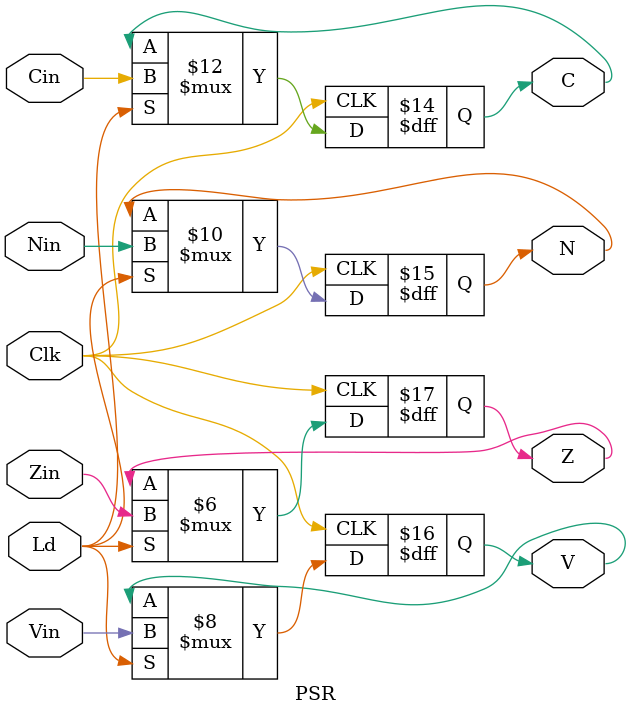
<source format=v>
module Register(input [31:0] Ds,input Clk, input Load, output reg [31:0] Qs);
    initial Qs <= 32'd0;
    always @ (posedge Clk, posedge Load) begin
        Qs <= Ds;
        end
endmodule

module mux_2x1_5b(output reg [4:0] exit,input sel ,input [4:0] in0, input [4:0] in1);
always @ (*)
begin
 case (sel)
  1'b0: exit <= in0;
  1'b1: exit <= in1;
 endcase
end
endmodule

module mux_2x1_4b(output reg [3:0] exit,input sel ,input [3:0] in0, input [3:0] in1);

always @ (*)
begin
 case (sel)
  1'b0: exit <= in0;
  1'b1: exit <= in1;
 endcase
end
endmodule

module mux_4x1_4b(output reg [3:0] exit,input [1:0] sel ,input [3:0] in0, input [3:0] in1, input [3:0] in2,input [3:0] in3);

always @ (*)
begin
 case (sel)
  2'b00: exit <= in0;
  2'b01: exit <= in1;
  2'b10: exit <= in2;
  2'b11: exit <= in3;
 endcase
end
endmodule

module MUX2x1_5bits(input s0, input [4:0] in0, in1, output reg [4:0] out);

always @(*) begin
case(s0)
    1'b0: begin // viene del ALU
      out[4] <= 0; 
      out <= in0; 
    end
    1'b1: begin // viene del shifer
      out <= in1;
    end
endcase
end
endmodule

module PSR(output reg N, Z, C, V, input Nin, Zin, Cin, Vin, Clk, Ld);
    initial N <= 1'b0;
    initial Z <= 1'b0;
    initial C <= 1'b0;
    initial V <= 1'b0;
    
    always @ (posedge Clk) begin
      if (Ld) begin
        N <= Nin;
        Z <= Zin;
        C <= Cin;
        V <= Vin;
      end
    end
  endmodule


</source>
